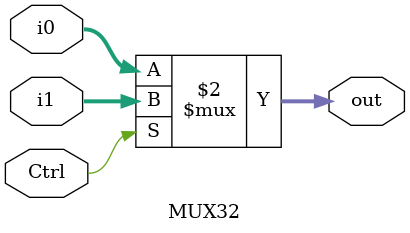
<source format=v>
`timescale 1ns/1ps
module MUX32 (
    input Ctrl,
    input [31:0] i0,
    input [31:0] i1,
    output [31:0] out
);
    assign out = (Ctrl == 0) ? i0 : i1;

endmodule
</source>
